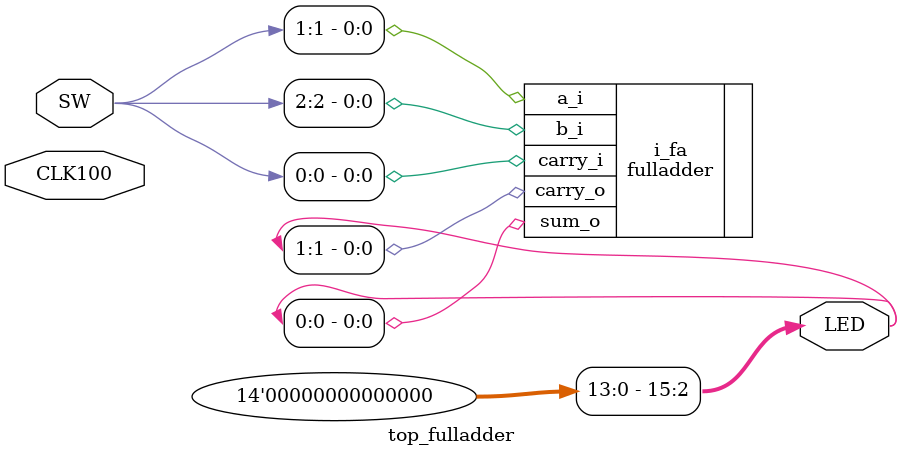
<source format=sv>
module top_fulladder (
    input CLK100,
    input [15:0] SW,
    output [15:0] LED
);

  assign LED [15:2] = 14'd0;

  fulladder i_fa
  (
    .a_i     ( SW  [1] ),
    .b_i     ( SW  [2] ),
    .carry_i ( SW  [0] ),
    .sum_o   ( LED [0] ),
    .carry_o ( LED [1] )
  );

endmodule

</source>
